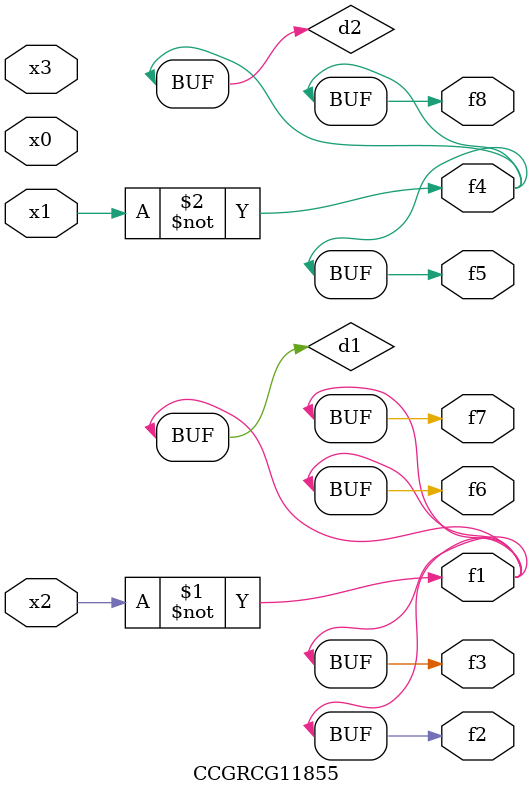
<source format=v>
module CCGRCG11855(
	input x0, x1, x2, x3,
	output f1, f2, f3, f4, f5, f6, f7, f8
);

	wire d1, d2;

	xnor (d1, x2);
	not (d2, x1);
	assign f1 = d1;
	assign f2 = d1;
	assign f3 = d1;
	assign f4 = d2;
	assign f5 = d2;
	assign f6 = d1;
	assign f7 = d1;
	assign f8 = d2;
endmodule

</source>
